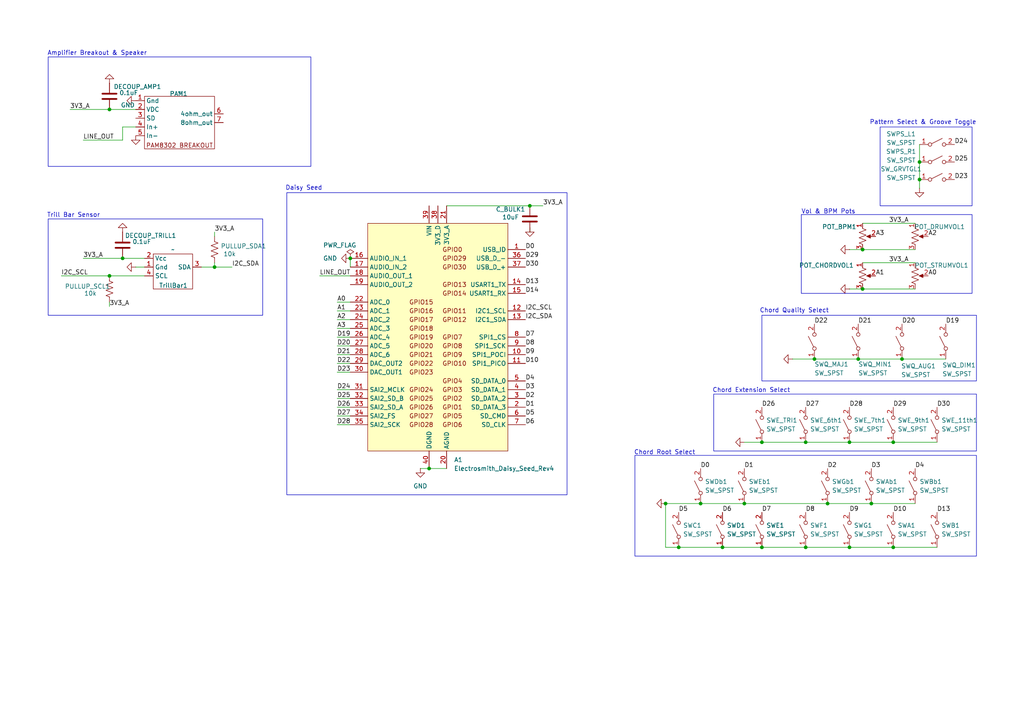
<source format=kicad_sch>
(kicad_sch (version 20250114) (generator "eeschema") (generator_version "9.0")
  (paper "A4")
  (title_block (title "Brizachord") (rev "0") (company "AXL.audio"))
  (lib_symbols
    (symbol "Brizachord:PAM8302_BREAKOUT"
      (property "Reference" "U" (at 19.558 0.254 0))
      (symbol "PAM8302_BREAKOUT_0_1"
        (rectangle (start 0 1.27) (end 20.32 -13.97))
      )
      (symbol "PAM8302_BREAKOUT_1_1"
        (text "PAM8302 BREAKOUT" (at 10.16 -12.954 0) (effects (font (size 1.27 1.27))))
        (pin input line (at -2.54 0 0) (length 2.54) (name "Gnd") (number "1"))
        (pin input line (at -2.54 -2.54 0) (length 2.54) (name "VDC") (number "2"))
        (pin input line (at -2.54 -5.08 0) (length 2.54) (name "SD") (number "3"))
        (pin input line (at -2.54 -7.62 0) (length 2.54) (name "In+") (number "4"))
        (pin input line (at -2.54 -10.16 0) (length 2.54) (name "In-") (number "5"))
        (pin output line (at 22.86 -3.81 180) (length 2.54) (name "4ohm_out") (number "6"))
        (pin output line (at 22.86 -6.35 180) (length 2.54) (name "8ohm_out") (number "7"))
      )
    )
    (symbol "Brizachord:TrillBar"
      (property "Reference" "TrillBar" (at 6.096 -10.414 0))
      (symbol "TrillBar_0_1"
        (rectangle (start 0 -1.27) (end 11.43 -11.43))
      )
      (symbol "TrillBar_1_1"
        (pin input line (at -2.54 -2.54 0) (length 2.54) (name "Vcc") (number "2"))
        (pin input line (at -2.54 -5.08 0) (length 2.54) (name "Gnd") (number "1"))
        (pin input line (at -2.54 -7.62 0) (length 2.54) (name "SCL") (number "4"))
        (pin bidirectional line (at 13.97 -5.08 180) (length 2.54) (name "SDA") (number "3"))
      )
    )
    (symbol "Device:C" (pin_numbers (hide yes)) (pin_names (offset 0.254))
      (property "Reference" "C" (at 0.635 2.54 0))
      (property "Value" "C" (at 0.635 -2.54 0))
      (symbol "C_0_1"
        (polyline (pts (xy -2.032 0.762) (xy 2.032 0.762)) (stroke (width 0.508)))
        (polyline (pts (xy -2.032 -0.762) (xy 2.032 -0.762)) (stroke (width 0.508)))
      )
      (symbol "C_1_1"
        (pin passive line (at 0 3.81 270) (length 2.794) (name "~") (number "1"))
        (pin passive line (at 0 -3.81 90) (length 2.794) (name "~") (number "2"))
      )
    )
    (symbol "Device:R_Potentiometer_US" (pin_names (offset 1.016) (hide yes))
      (property "Reference" "RV" (at -4.445 0 90))
      (property "Value" "R_Potentiometer_US" (at -2.54 0 90))
      (symbol "R_Potentiometer_US_0_1"
        (polyline (pts (xy 0 2.54) (xy 0 2.286)))
        (polyline (pts (xy 0 2.286) (xy 1.016 1.905) (xy 0 1.524) (xy -1.016 1.143) (xy 0 0.762)))
        (polyline (pts (xy 0 0.762) (xy 1.016 0.381) (xy 0 0) (xy -1.016 -0.381) (xy 0 -0.762)))
        (polyline (pts (xy 0 -0.762) (xy 1.016 -1.143) (xy 0 -1.524) (xy -1.016 -1.905) (xy 0 -2.286)))
        (polyline (pts (xy 0 -2.286) (xy 0 -2.54)))
        (polyline (pts (xy 1.143 0) (xy 2.286 0.508) (xy 2.286 -0.508) (xy 1.143 0)) (fill (type outline)))
        (polyline (pts (xy 2.54 0) (xy 1.524 0)))
      )
      (symbol "R_Potentiometer_US_1_1"
        (pin passive line (at 0 3.81 270) (length 1.27) (name "1") (number "1"))
        (pin passive line (at 0 -3.81 90) (length 1.27) (name "3") (number "3"))
        (pin passive line (at 3.81 0 180) (length 1.27) (name "2") (number "2"))
      )
    )
    (symbol "Device:R_US" (pin_numbers (hide yes)) (pin_names (offset 0))
      (property "Reference" "R" (at 2.54 0 90))
      (property "Value" "R_US" (at -2.54 0 90))
      (symbol "R_US_0_1"
        (polyline (pts (xy 0 2.286) (xy 0 2.54)))
        (polyline (pts (xy 0 2.286) (xy 1.016 1.905) (xy 0 1.524) (xy -1.016 1.143) (xy 0 0.762)))
        (polyline (pts (xy 0 0.762) (xy 1.016 0.381) (xy 0 0) (xy -1.016 -0.381) (xy 0 -0.762)))
        (polyline (pts (xy 0 -0.762) (xy 1.016 -1.143) (xy 0 -1.524) (xy -1.016 -1.905) (xy 0 -2.286)))
        (polyline (pts (xy 0 -2.286) (xy 0 -2.54)))
      )
      (symbol "R_US_1_1"
        (pin passive line (at 0 3.81 270) (length 1.27) (name "~") (number "1"))
        (pin passive line (at 0 -3.81 90) (length 1.27) (name "~") (number "2"))
      )
    )
    (symbol "MCU_Module:Electrosmith_Daisy_Seed_Rev4"
      (property "Reference" "A" (at -20.32 34.29 0))
      (property "Value" "Electrosmith_Daisy_Seed_Rev4" (at 33.02 34.29 0))
      (symbol "Electrosmith_Daisy_Seed_Rev4_0_0"
        (text "GPIO15" (at -1.27 10.16 0) (effects (font (size 1.27 1.27)) (justify right)))
        (text "GPIO16" (at -1.27 7.62 0) (effects (font (size 1.27 1.27)) (justify right)))
        (text "GPIO17" (at -1.27 5.08 0) (effects (font (size 1.27 1.27)) (justify right)))
        (text "GPIO18" (at -1.27 2.54 0) (effects (font (size 1.27 1.27)) (justify right)))
        (text "GPIO19" (at -1.27 0 0) (effects (font (size 1.27 1.27)) (justify right)))
        (text "GPIO20" (at -1.27 -2.54 0) (effects (font (size 1.27 1.27)) (justify right)))
        (text "GPIO21" (at -1.27 -5.08 0) (effects (font (size 1.27 1.27)) (justify right)))
        (text "GPIO22" (at -1.27 -7.62 0) (effects (font (size 1.27 1.27)) (justify right)))
        (text "GPIO23" (at -1.27 -10.16 0) (effects (font (size 1.27 1.27)) (justify right)))
        (text "GPIO24" (at -1.27 -15.24 0) (effects (font (size 1.27 1.27)) (justify right)))
        (text "GPIO25" (at -1.27 -17.78 0) (effects (font (size 1.27 1.27)) (justify right)))
        (text "GPIO26" (at -1.27 -20.32 0) (effects (font (size 1.27 1.27)) (justify right)))
        (text "GPIO27" (at -1.27 -22.86 0) (effects (font (size 1.27 1.27)) (justify right)))
        (text "GPIO28" (at -1.27 -25.4 0) (effects (font (size 1.27 1.27)) (justify right)))
        (text "GPIO0" (at 1.27 25.4 0) (effects (font (size 1.27 1.27)) (justify left)))
        (text "GPIO29" (at 1.27 22.86 0) (effects (font (size 1.27 1.27)) (justify left)))
        (text "GPIO30" (at 1.27 20.32 0) (effects (font (size 1.27 1.27)) (justify left)))
        (text "GPIO13" (at 1.27 15.24 0) (effects (font (size 1.27 1.27)) (justify left)))
        (text "GPIO14" (at 1.27 12.7 0) (effects (font (size 1.27 1.27)) (justify left)))
        (text "GPIO11" (at 1.27 7.62 0) (effects (font (size 1.27 1.27)) (justify left)))
        (text "GPIO12" (at 1.27 5.08 0) (effects (font (size 1.27 1.27)) (justify left)))
        (text "GPIO7" (at 1.27 0 0) (effects (font (size 1.27 1.27)) (justify left)))
        (text "GPIO8" (at 1.27 -2.54 0) (effects (font (size 1.27 1.27)) (justify left)))
        (text "GPIO9" (at 1.27 -5.08 0) (effects (font (size 1.27 1.27)) (justify left)))
        (text "GPIO10" (at 1.27 -7.62 0) (effects (font (size 1.27 1.27)) (justify left)))
        (text "GPIO4" (at 1.27 -12.7 0) (effects (font (size 1.27 1.27)) (justify left)))
        (text "GPIO3" (at 1.27 -15.24 0) (effects (font (size 1.27 1.27)) (justify left)))
        (text "GPIO2" (at 1.27 -17.78 0) (effects (font (size 1.27 1.27)) (justify left)))
        (text "GPIO1" (at 1.27 -20.32 0) (effects (font (size 1.27 1.27)) (justify left)))
        (text "GPIO5" (at 1.27 -22.86 0) (effects (font (size 1.27 1.27)) (justify left)))
        (text "GPIO6" (at 1.27 -25.4 0) (effects (font (size 1.27 1.27)) (justify left)))
        (pin input line (at -25.4 22.86 0) (length 5.08) (name "AUDIO_IN_1") (number "16"))
        (pin input line (at -25.4 20.32 0) (length 5.08) (name "AUDIO_IN_2") (number "17"))
        (pin output line (at -25.4 17.78 0) (length 5.08) (name "AUDIO_OUT_1") (number "18"))
        (pin output line (at -25.4 15.24 0) (length 5.08) (name "AUDIO_OUT_2") (number "19"))
        (pin bidirectional line (at -25.4 10.16 0) (length 5.08) (name "ADC_0") (number "22"))
        (pin bidirectional line (at -25.4 7.62 0) (length 5.08) (name "ADC_1") (number "23"))
        (pin bidirectional line (at -25.4 5.08 0) (length 5.08) (name "ADC_2") (number "24"))
        (pin bidirectional line (at -25.4 2.54 0) (length 5.08) (name "ADC_3") (number "25"))
        (pin bidirectional line (at -25.4 0 0) (length 5.08) (name "ADC_4") (number "26"))
        (pin bidirectional line (at -25.4 -2.54 0) (length 5.08) (name "ADC_5") (number "27"))
        (pin bidirectional line (at -25.4 -5.08 0) (length 5.08) (name "ADC_6") (number "28"))
        (pin bidirectional line (at -25.4 -7.62 0) (length 5.08) (name "DAC_OUT2") (number "29"))
        (pin bidirectional line (at -25.4 -10.16 0) (length 5.08) (name "DAC_OUT1") (number "30"))
        (pin bidirectional line (at -25.4 -15.24 0) (length 5.08) (name "SAI2_MCLK") (number "31"))
        (pin bidirectional line (at -25.4 -17.78 0) (length 5.08) (name "SAI2_SD_B") (number "32"))
        (pin bidirectional line (at -25.4 -20.32 0) (length 5.08) (name "SAI2_SD_A") (number "33"))
        (pin bidirectional line (at -25.4 -22.86 0) (length 5.08) (name "SAI2_FS") (number "34"))
        (pin bidirectional line (at -25.4 -25.4 0) (length 5.08) (name "SAI2_SCK") (number "35"))
        (pin power_in line (at -2.54 38.1 270) (length 5.08) (name "VIN") (number "39"))
        (pin power_in line (at -2.54 -38.1 90) (length 5.08) (name "DGND") (number "40"))
        (pin power_out line (at 0 38.1 270) (length 5.08) (name "3V3_D") (number "38"))
        (pin power_out line (at 2.54 38.1 270) (length 5.08) (name "3V3_A") (number "21"))
        (pin power_in line (at 2.54 -38.1 90) (length 5.08) (name "AGND") (number "20"))
        (pin bidirectional line (at 25.4 25.4 180) (length 5.08) (name "USB_ID") (number "1"))
        (pin bidirectional line (at 25.4 22.86 180) (length 5.08) (name "USB_D_-") (number "36"))
        (pin bidirectional line (at 25.4 20.32 180) (length 5.08) (name "USB_D_+") (number "37"))
        (pin bidirectional line (at 25.4 15.24 180) (length 5.08) (name "USART1_TX") (number "14"))
        (pin bidirectional line (at 25.4 12.7 180) (length 5.08) (name "USART1_RX") (number "15"))
        (pin bidirectional line (at 25.4 7.62 180) (length 5.08) (name "I2C1_SCL") (number "12"))
        (pin bidirectional line (at 25.4 5.08 180) (length 5.08) (name "I2C1_SDA") (number "13"))
        (pin bidirectional line (at 25.4 0 180) (length 5.08) (name "SPI1_CS") (number "8"))
        (pin bidirectional line (at 25.4 -2.54 180) (length 5.08) (name "SPI1_SCK") (number "9"))
        (pin bidirectional line (at 25.4 -5.08 180) (length 5.08) (name "SPI1_POCI") (number "10"))
        (pin bidirectional line (at 25.4 -7.62 180) (length 5.08) (name "SPI1_PICO") (number "11"))
        (pin bidirectional line (at 25.4 -12.7 180) (length 5.08) (name "SD_DATA_0") (number "5"))
        (pin bidirectional line (at 25.4 -15.24 180) (length 5.08) (name "SD_DATA_1") (number "4"))
        (pin bidirectional line (at 25.4 -17.78 180) (length 5.08) (name "SD_DATA_2") (number "3"))
        (pin bidirectional line (at 25.4 -20.32 180) (length 5.08) (name "SD_DATA_3") (number "2"))
        (pin bidirectional line (at 25.4 -22.86 180) (length 5.08) (name "SD_CMD") (number "6"))
        (pin bidirectional line (at 25.4 -25.4 180) (length 5.08) (name "SD_CLK") (number "7"))
      )
      (symbol "Electrosmith_Daisy_Seed_Rev4_0_1"
        (rectangle (start -20.32 33.02) (end 20.32 -33.02) (fill (type background)))
      )
    )
    (symbol "Switch:SW_SPST" (pin_names (offset 0) (hide yes))
      (property "Reference" "SW" (at 0 3.175 0))
      (property "Value" "SW_SPST" (at 0 -2.54 0))
      (symbol "SW_SPST_0_0"
        (circle (center -2.032 0) (radius 0.508))
        (polyline (pts (xy -1.524 0.254) (xy 1.524 1.778)))
        (circle (center 2.032 0) (radius 0.508))
      )
      (symbol "SW_SPST_1_1"
        (pin passive line (at -5.08 0 0) (length 2.54) (name "A") (number "1"))
        (pin passive line (at 5.08 0 180) (length 2.54) (name "B") (number "2"))
      )
    )
    (symbol "power:GND" (power) (pin_numbers (hide yes)) (pin_names (offset 0) (hide yes))
      (property "Value" "GND" (at 0 -3.81 0))
      (symbol "GND_0_1"
        (polyline (pts (xy 0 0) (xy 0 -1.27) (xy 1.27 -1.27) (xy 0 -2.54) (xy -1.27 -1.27) (xy 0 -1.27)))
      )
      (symbol "GND_1_1"
        (pin power_in line (at 0 0 270) (length 0) (name "~") (number "1"))
      )
    )
    (symbol "power:PWR_FLAG" (power) (pin_numbers (hide yes)) (pin_names (offset 0) (hide yes))
      (property "Value" "PWR_FLAG" (at 0 3.81 0))
      (symbol "PWR_FLAG_0_0"
        (pin power_out line (at 0 0 90) (length 0) (name "~") (number "1"))
      )
      (symbol "PWR_FLAG_0_1"
        (polyline (pts (xy 0 0) (xy 0 1.27) (xy -1.016 1.905) (xy 0 2.54) (xy 1.016 1.905) (xy 0 1.27)))
      )
    )
  )
  (rectangle (start 220.98 91.44) (end 283.21 110.49))
  (rectangle (start 83.185 55.88) (end 164.465 143.51))
  (rectangle (start 13.97 63.5) (end 76.2 91.44))
  (rectangle (start 255.27 36.83) (end 281.94 59.69))
  (rectangle (start 184.15 132.08) (end 283.21 161.29))
  (rectangle (start 232.41 62.23) (end 281.94 85.09))
  (rectangle (start 13.97 16.51) (end 90.17 48.26))
  (rectangle (start 207.01 114.3) (end 283.21 130.81))
  (text "Chord Extension Select\n" (at 217.932 113.284 0) (effects (font (size 1.27 1.27))))
  (text "Chord Quality Select" (at 230.378 90.17 0) (effects (font (size 1.27 1.27))))
  (text "Vol & BPM Pots\n" (at 240.284 61.468 0) (effects (font (size 1.27 1.27))))
  (text "Daisy Seed\n" (at 88.138 54.61 0) (effects (font (size 1.27 1.27))))
  (text "Trill Bar Sensor\n" (at 21.336 62.484 0) (effects (font (size 1.27 1.27))))
  (text "Chord Root Select\n" (at 192.786 131.318 0) (effects (font (size 1.27 1.27))))
  (text "Pattern Select & Groove Toggle\n" (at 267.716 35.56 0) (effects (font (size 1.27 1.27))))
  (text "Amplifier Breakout & Speaker\n" (at 28.194 15.494 0) (effects (font (size 1.27 1.27))))
  (junction (at 250.19 83.82))
  (junction (at 248.92 104.14))
  (junction (at 35.56 74.93))
  (junction (at 215.9 146.05))
  (junction (at 266.7 46.99))
  (junction (at 259.08 158.75))
  (junction (at 193.04 146.05))
  (junction (at 220.98 158.75))
  (junction (at 236.22 104.14))
  (junction (at 209.55 158.75))
  (junction (at 261.62 104.14))
  (junction (at 31.75 80.01))
  (junction (at 246.38 128.27))
  (junction (at 220.98 128.27))
  (junction (at 233.68 128.27))
  (junction (at 153.67 59.69))
  (junction (at 250.19 72.39))
  (junction (at 31.75 31.75))
  (junction (at 266.7 52.07))
  (junction (at 101.6 74.93))
  (junction (at 62.23 77.47))
  (junction (at 246.38 158.75))
  (junction (at 196.85 158.75))
  (junction (at 203.2 146.05))
  (junction (at 233.68 158.75))
  (junction (at 259.08 128.27))
  (junction (at 240.03 146.05))
  (junction (at 252.73 146.05))
  (junction (at 124.46 135.89))
  (wire (pts (xy 215.9 128.27) (xy 220.98 128.27)))
  (wire (pts (xy 62.23 77.47) (xy 67.31 77.47)))
  (wire (pts (xy 246.38 83.82) (xy 250.19 83.82)))
  (wire (pts (xy 97.79 118.11) (xy 101.6 118.11)))
  (wire (pts (xy 250.19 72.39) (xy 265.43 72.39)))
  (wire (pts (xy 62.23 76.2) (xy 62.23 77.47)))
  (wire (pts (xy 250.19 64.77) (xy 265.43 64.77)))
  (wire (pts (xy 248.92 104.14) (xy 261.62 104.14)))
  (wire (pts (xy 250.19 83.82) (xy 265.43 83.82)))
  (wire (pts (xy 97.79 120.65) (xy 101.6 120.65)))
  (wire (pts (xy 97.79 102.87) (xy 101.6 102.87)))
  (wire (pts (xy 246.38 72.39) (xy 250.19 72.39)))
  (wire (pts (xy 31.75 31.75) (xy 39.37 31.75)))
  (wire (pts (xy 266.7 41.91) (xy 266.7 46.99)))
  (wire (pts (xy 252.73 146.05) (xy 265.43 146.05)))
  (wire (pts (xy 20.32 31.75) (xy 31.75 31.75)))
  (wire (pts (xy 215.9 146.05) (xy 240.03 146.05)))
  (wire (pts (xy 153.67 59.69) (xy 157.48 59.69)))
  (wire (pts (xy 92.71 80.01) (xy 101.6 80.01)))
  (wire (pts (xy 97.79 90.17) (xy 101.6 90.17)))
  (wire (pts (xy 233.68 158.75) (xy 246.38 158.75)))
  (wire (pts (xy 97.79 95.25) (xy 101.6 95.25)))
  (wire (pts (xy 196.85 158.75) (xy 209.55 158.75)))
  (wire (pts (xy 31.75 87.63) (xy 31.75 88.9)))
  (wire (pts (xy 266.7 52.07) (xy 266.7 54.61)))
  (wire (pts (xy 266.7 46.99) (xy 266.7 52.07)))
  (wire (pts (xy 246.38 128.27) (xy 259.08 128.27)))
  (wire (pts (xy 124.46 135.89) (xy 129.54 135.89)))
  (wire (pts (xy 39.37 77.47) (xy 41.91 77.47)))
  (wire (pts (xy 236.22 104.14) (xy 248.92 104.14)))
  (wire (pts (xy 229.87 104.14) (xy 236.22 104.14)))
  (wire (pts (xy 62.23 67.31) (xy 62.23 68.58)))
  (wire (pts (xy 240.03 146.05) (xy 252.73 146.05)))
  (wire (pts (xy 35.56 74.93) (xy 41.91 74.93)))
  (wire (pts (xy 129.54 59.69) (xy 153.67 59.69)))
  (wire (pts (xy 97.79 87.63) (xy 101.6 87.63)))
  (wire (pts (xy 259.08 158.75) (xy 271.78 158.75)))
  (wire (pts (xy 24.13 40.64) (xy 35.56 40.64)))
  (wire (pts (xy 261.62 104.14) (xy 274.32 104.14)))
  (wire (pts (xy 97.79 123.19) (xy 101.6 123.19)))
  (wire (pts (xy 246.38 158.75) (xy 259.08 158.75)))
  (wire (pts (xy 233.68 128.27) (xy 246.38 128.27)))
  (wire (pts (xy 259.08 128.27) (xy 271.78 128.27)))
  (wire (pts (xy 203.2 146.05) (xy 215.9 146.05)))
  (wire (pts (xy 97.79 100.33) (xy 101.6 100.33)))
  (wire (pts (xy 35.56 36.83) (xy 35.56 40.64)))
  (wire (pts (xy 97.79 113.03) (xy 101.6 113.03)))
  (wire (pts (xy 39.37 36.83) (xy 35.56 36.83)))
  (wire (pts (xy 250.19 76.2) (xy 265.43 76.2)))
  (wire (pts (xy 97.79 105.41) (xy 101.6 105.41)))
  (wire (pts (xy 97.79 107.95) (xy 101.6 107.95)))
  (wire (pts (xy 121.92 135.89) (xy 124.46 135.89)))
  (wire (pts (xy 209.55 158.75) (xy 220.98 158.75)))
  (wire (pts (xy 220.98 158.75) (xy 233.68 158.75)))
  (wire (pts (xy 24.13 74.93) (xy 35.56 74.93)))
  (wire (pts (xy 153.67 66.04) (xy 153.67 67.31)))
  (wire (pts (xy 101.6 74.93) (xy 101.6 77.47)))
  (wire (pts (xy 193.04 146.05) (xy 203.2 146.05)))
  (wire (pts (xy 58.42 77.47) (xy 62.23 77.47)))
  (wire (pts (xy 220.98 128.27) (xy 233.68 128.27)))
  (wire (pts (xy 97.79 92.71) (xy 101.6 92.71)))
  (wire (pts (xy 193.04 158.75) (xy 196.85 158.75)))
  (wire (pts (xy 97.79 115.57) (xy 101.6 115.57)))
  (wire (pts (xy 17.78 80.01) (xy 31.75 80.01)))
  (wire (pts (xy 97.79 97.79) (xy 101.6 97.79)))
  (wire (pts (xy 31.75 80.01) (xy 41.91 80.01)))
  (wire (pts (xy 193.04 158.75) (xy 193.04 146.05)))
  (label "D0" (at 152.4 72.39 0))
  (label "D1" (at 215.9 135.89 0))
  (label "I2C_SCL" (at 152.4 90.17 0))
  (label "D25" (at 276.86 46.99 0))
  (label "D22" (at 97.79 105.41 0))
  (label "3V3_A" (at 157.48 59.69 0))
  (label "A3" (at 97.79 95.25 0))
  (label "3V3_A" (at 257.81 76.2 0))
  (label "D20" (at 97.79 100.33 0))
  (label "D24" (at 97.79 113.03 0))
  (label "LINE_OUT" (at 92.71 80.01 0))
  (label "A3" (at 254 68.58 0))
  (label "D0" (at 203.2 135.89 0))
  (label "I2C_SCL" (at 17.78 80.01 0))
  (label "D10" (at 259.08 148.59 0))
  (label "LINE_OUT" (at 24.13 40.64 0))
  (label "D8" (at 152.4 100.33 0))
  (label "D27" (at 97.79 120.65 0))
  (label "D2" (at 240.03 135.89 0))
  (label "D21" (at 248.92 93.98 0))
  (label "3V3_A" (at 24.13 74.93 0))
  (label "D5" (at 196.85 148.59 0))
  (label "A2" (at 97.79 92.71 0))
  (label "3V3_A" (at 31.75 88.9 0))
  (label "D28" (at 97.79 123.19 0))
  (label "D3" (at 152.4 113.03 0))
  (label "D10" (at 152.4 105.41 0))
  (label "D4" (at 265.43 135.89 0))
  (label "D29" (at 259.08 118.11 0))
  (label "A0" (at 97.79 87.63 0))
  (label "D6" (at 152.4 123.19 0))
  (label "D30" (at 271.78 118.11 0))
  (label "D3" (at 252.73 135.89 0))
  (label "3V3_A" (at 20.32 31.75 0))
  (label "D21" (at 97.79 102.87 0))
  (label "D8" (at 233.68 148.59 0))
  (label "D29" (at 152.4 74.93 0))
  (label "A1" (at 254 80.01 0))
  (label "D9" (at 246.38 148.59 0))
  (label "A1" (at 97.79 90.17 0))
  (label "I2C_SDA" (at 67.31 77.47 0))
  (label "D30" (at 152.4 77.47 0))
  (label "D9" (at 152.4 102.87 0))
  (label "D23" (at 276.86 52.07 0))
  (label "D28" (at 246.38 118.11 0))
  (label "D24" (at 276.86 41.91 0))
  (label "D4" (at 152.4 110.49 0))
  (label "D19" (at 97.79 97.79 0))
  (label "D26" (at 220.98 118.11 0))
  (label "D27" (at 233.68 118.11 0))
  (label "D23" (at 97.79 107.95 0))
  (label "D5" (at 152.4 120.65 0))
  (label "D22" (at 236.22 93.98 0))
  (label "D14" (at 152.4 85.09 0))
  (label "D25" (at 97.79 115.57 0))
  (label "D13" (at 271.78 148.59 0))
  (label "D7" (at 220.98 148.59 0))
  (label "D19" (at 274.32 93.98 0))
  (label "I2C_SDA" (at 152.4 92.71 0))
  (label "D20" (at 261.62 93.98 0))
  (label "D7" (at 152.4 97.79 0))
  (label "3V3_A" (at 62.23 67.31 0))
  (label "D13" (at 152.4 82.55 0))
  (label "A0" (at 269.24 80.01 0))
  (label "D2" (at 152.4 115.57 0))
  (label "D6" (at 209.55 148.59 0))
  (label "D26" (at 97.79 118.11 0))
  (label "3V3_A" (at 257.81 64.77 0))
  (label "A2" (at 269.24 68.58 0))
  (label "D1" (at 152.4 118.11 0))
  (symbol (lib_id "Device:C") (at 153.67 63.5 180) (unit 1)
    (property "Reference" "C_BULK1" (at 148.082 60.706 0))
    (property "Value" "10uF" (at 148.082 62.992 0))
    (property "Footprint" "Resistor_THT:R_Axial_DIN0204_L3.6mm_D1.6mm_P7.62mm_Horizontal" (effects (hide yes)))
    (property "Description" "Unpolarized capacitor" (effects (hide yes)))
  )
  (symbol (lib_id "Device:R_Potentiometer_US") (at 250.19 68.58 0) (unit 1)
    (property "Reference" "POT_BPM1" (at 248.412 65.786 0) (effects (justify right)))
    (property "Value" "R_Potentiometer_US" (effects (hide yes)))
    (property "Footprint" "Connector_Samtec_HPM_THT:Samtec_HPM-03-01-x-S_Straight_1x03_Pitch5.08mm" (effects (hide yes)))
    (property "Description" "Potentiometer, US symbol" (effects (hide yes)))
  )
  (symbol (lib_id "Switch:SW_SPST") (at 220.98 123.19 90) (unit 1)
    (property "Reference" "SWE_TRI1" (at 222.25 121.9199 90) (effects (justify right)))
    (property "Value" "SW_SPST" (at 222.25 124.4599 90) (effects (justify right)))
    (property "Footprint" "Button_Switch_THT:SW_PUSH-12mm" (effects (hide yes)))
    (property "Description" "Single Pole Single Throw (SPST) switch" (effects (hide yes)))
  )
  (symbol (lib_id "power:GND") (at 266.7 54.61 0) (unit 1)
    (property "Reference" "#PWR015" (effects (hide yes)))
    (property "Value" "GND" (effects (hide yes)))
    (property "Description" "Power symbol creates a global label with name \"GND\" , ground" (effects (hide yes)))
  )
  (symbol (lib_id "Switch:SW_SPST") (at 271.78 123.19 90) (unit 1)
    (property "Reference" "SWE_11th1" (at 273.05 121.9199 90) (effects (justify right)))
    (property "Value" "SW_SPST" (at 273.05 124.4599 90) (effects (justify right)))
    (property "Footprint" "Button_Switch_THT:SW_PUSH-12mm" (effects (hide yes)))
    (property "Description" "Single Pole Single Throw (SPST) switch" (effects (hide yes)))
  )
  (symbol (lib_id "MCU_Module:Electrosmith_Daisy_Seed_Rev4") (at 127 97.79 0) (unit 1)
    (property "Reference" "A1" (at 131.6833 133.35 0) (effects (justify left)))
    (property "Value" "Electrosmith_Daisy_Seed_Rev4" (at 131.6833 135.89 0) (effects (justify left)))
    (property "Footprint" "Module:Electrosmith_Daisy_Seed" (effects (hide yes)))
    (property "Datasheet" "https://static1.squarespace.com/static/58d03fdc1b10e3bf442567b8/t/6227e6236f02fb68d1577146/1646781988478/Daisy_Seed_datasheet_v1.0.3.pdf" (effects (hide yes)))
    (property "Description" "Daisy is an embedded platform for music." (effects (hide yes)))
  )
  (symbol (lib_id "Switch:SW_SPST") (at 246.38 153.67 90) (unit 1)
    (property "Reference" "SWG1" (at 247.65 152.3999 90) (effects (justify right)))
    (property "Value" "SW_SPST" (at 247.65 154.9399 90) (effects (justify right)))
    (property "Footprint" "Button_Switch_THT:SW_PUSH-12mm" (effects (hide yes)))
    (property "Description" "Single Pole Single Throw (SPST) switch" (effects (hide yes)))
  )
  (symbol (lib_id "power:GND") (at 35.56 67.31 180) (unit 1)
    (property "Reference" "#PWR03" (effects (hide yes)))
    (property "Value" "GND" (effects (hide yes)))
    (property "Description" "Power symbol creates a global label with name \"GND\" , ground" (effects (hide yes)))
  )
  (symbol (lib_id "power:GND") (at 153.67 66.04 0) (unit 1)
    (property "Reference" "#PWR09" (effects (hide yes)))
    (property "Value" "GND" (effects (hide yes)))
    (property "Description" "Power symbol creates a global label with name \"GND\" , ground" (effects (hide yes)))
  )
  (symbol (lib_id "Device:R_Potentiometer_US") (at 250.19 80.01 0) (unit 1)
    (property "Reference" "POT_CHORDVOL1" (at 247.65 76.962 0) (effects (justify right)))
    (property "Value" "R_Potentiometer_US" (effects (hide yes)))
    (property "Footprint" "Connector_Samtec_HPM_THT:Samtec_HPM-03-01-x-S_Straight_1x03_Pitch5.08mm" (effects (hide yes)))
    (property "Description" "Potentiometer, US symbol" (effects (hide yes)))
  )
  (symbol (lib_id "Switch:SW_SPST") (at 215.9 140.97 90) (unit 1)
    (property "Reference" "SWEb1" (at 217.17 139.6999 90) (effects (justify right)))
    (property "Value" "SW_SPST" (at 217.17 142.2399 90) (effects (justify right)))
    (property "Footprint" "Button_Switch_THT:SW_PUSH-12mm" (effects (hide yes)))
    (property "Description" "Single Pole Single Throw (SPST) switch" (effects (hide yes)))
  )
  (symbol (lib_id "power:GND") (at 246.38 83.82 270) (unit 1)
    (property "Reference" "#PWR014" (effects (hide yes)))
    (property "Value" "GND" (effects (hide yes)))
    (property "Description" "Power symbol creates a global label with name \"GND\" , ground" (effects (hide yes)))
  )
  (symbol (lib_id "Switch:SW_SPST") (at 259.08 153.67 90) (unit 1)
    (property "Reference" "SWA1" (at 260.35 152.3999 90) (effects (justify right)))
    (property "Value" "SW_SPST" (at 260.35 154.9399 90) (effects (justify right)))
    (property "Footprint" "Button_Switch_THT:SW_PUSH-12mm" (effects (hide yes)))
    (property "Description" "Single Pole Single Throw (SPST) switch" (effects (hide yes)))
  )
  (symbol (lib_id "power:GND") (at 246.38 72.39 270) (unit 1)
    (property "Reference" "#PWR013" (effects (hide yes)))
    (property "Value" "GND" (effects (hide yes)))
    (property "Description" "Power symbol creates a global label with name \"GND\" , ground" (effects (hide yes)))
  )
  (symbol (lib_id "power:GND") (at 215.9 128.27 270) (unit 1)
    (property "Reference" "#PWR011" (effects (hide yes)))
    (property "Value" "GND" (effects (hide yes)))
    (property "Description" "Power symbol creates a global label with name \"GND\" , ground" (effects (hide yes)))
  )
  (symbol (lib_id "Switch:SW_SPST") (at 259.08 123.19 90) (unit 1)
    (property "Reference" "SWE_9th1" (at 260.35 121.9199 90) (effects (justify right)))
    (property "Value" "SW_SPST" (at 260.35 124.4599 90) (effects (justify right)))
    (property "Footprint" "Button_Switch_THT:SW_PUSH-12mm" (effects (hide yes)))
    (property "Description" "Single Pole Single Throw (SPST) switch" (effects (hide yes)))
  )
  (symbol (lib_id "Switch:SW_SPST") (at 271.78 52.07 0) (unit 1)
    (property "Reference" "SW_GRVTGL1" (at 261.366 49.022 0))
    (property "Value" "SW_SPST" (at 261.366 51.562 0))
    (property "Footprint" "Button_Switch_THT:SW_PUSH-12mm" (effects (hide yes)))
    (property "Description" "Single Pole Single Throw (SPST) switch" (effects (hide yes)))
  )
  (symbol (lib_id "Switch:SW_SPST") (at 265.43 140.97 90) (unit 1)
    (property "Reference" "SWBb1" (at 266.7 139.6999 90) (effects (justify right)))
    (property "Value" "SW_SPST" (at 266.7 142.2399 90) (effects (justify right)))
    (property "Footprint" "Button_Switch_THT:SW_PUSH-12mm" (effects (hide yes)))
    (property "Description" "Single Pole Single Throw (SPST) switch" (effects (hide yes)))
  )
  (symbol (lib_id "Switch:SW_SPST") (at 261.62 99.06 90) (unit 1)
    (property "Reference" "SWQ_AUG1" (at 261.366 106.172 90) (effects (justify right)))
    (property "Value" "SW_SPST" (at 261.366 108.712 90) (effects (justify right)))
    (property "Footprint" "Button_Switch_THT:SW_PUSH-12mm" (effects (hide yes)))
    (property "Description" "Single Pole Single Throw (SPST) switch" (effects (hide yes)))
  )
  (symbol (lib_id "Switch:SW_SPST") (at 240.03 140.97 90) (unit 1)
    (property "Reference" "SWGb1" (at 241.3 139.6999 90) (effects (justify right)))
    (property "Value" "SW_SPST" (at 241.3 142.2399 90) (effects (justify right)))
    (property "Footprint" "Button_Switch_THT:SW_PUSH-12mm" (effects (hide yes)))
    (property "Description" "Single Pole Single Throw (SPST) switch" (effects (hide yes)))
  )
  (symbol (lib_id "Device:R_US") (at 31.75 83.82 0) (unit 1)
    (property "Reference" "PULLUP_SCL1" (at 18.796 83.058 0) (effects (justify left)))
    (property "Value" "10k" (at 24.384 85.09 0) (effects (justify left)))
    (property "Footprint" "Resistor_THT:R_Axial_DIN0204_L3.6mm_D1.6mm_P5.08mm_Horizontal" (effects (hide yes)))
    (property "Description" "Resistor, US symbol" (effects (hide yes)))
  )
  (symbol (lib_id "Device:R_Potentiometer_US") (at 265.43 68.58 0) (unit 1)
    (property "Reference" "POT_DRUMVOL1" (at 279.908 65.786 0) (effects (justify right)))
    (property "Value" "R_Potentiometer_US" (effects (hide yes)))
    (property "Footprint" "Connector_Samtec_HPM_THT:Samtec_HPM-03-01-x-S_Straight_1x03_Pitch5.08mm" (effects (hide yes)))
    (property "Description" "Potentiometer, US symbol" (effects (hide yes)))
  )
  (symbol (lib_id "Switch:SW_SPST") (at 271.78 153.67 90) (unit 1)
    (property "Reference" "SWB1" (at 273.05 152.3999 90) (effects (justify right)))
    (property "Value" "SW_SPST" (at 273.05 154.9399 90) (effects (justify right)))
    (property "Footprint" "Button_Switch_THT:SW_PUSH-12mm" (effects (hide yes)))
    (property "Description" "Single Pole Single Throw (SPST) switch" (effects (hide yes)))
  )
  (symbol (lib_id "Switch:SW_SPST") (at 220.98 153.67 90) (unit 1)
    (property "Reference" "SWE1" (at 222.25 152.3999 90) (effects (justify right)))
    (property "Value" "SW_SPST" (at 222.25 154.9399 90) (effects (justify right)))
    (property "Footprint" "Button_Switch_THT:SW_PUSH-12mm" (effects (hide yes)))
    (property "Description" "Single Pole Single Throw (SPST) switch" (effects (hide yes)))
  )
  (symbol (lib_id "Switch:SW_SPST") (at 274.32 99.06 90) (unit 1)
    (property "Reference" "SWQ_DIM1" (at 273.304 105.918 90) (effects (justify right)))
    (property "Value" "SW_SPST" (at 273.304 108.458 90) (effects (justify right)))
    (property "Footprint" "Button_Switch_THT:SW_PUSH-12mm" (effects (hide yes)))
    (property "Description" "Single Pole Single Throw (SPST) switch" (effects (hide yes)))
  )
  (symbol (lib_id "Device:R_US") (at 62.23 72.39 0) (unit 1)
    (property "Reference" "PULLUP_SDA1" (at 64.008 71.374 0) (effects (justify left)))
    (property "Value" "10k" (at 64.77 73.6599 0) (effects (justify left)))
    (property "Footprint" "Resistor_THT:R_Axial_DIN0204_L3.6mm_D1.6mm_P5.08mm_Horizontal" (effects (hide yes)))
    (property "Description" "Resistor, US symbol" (effects (hide yes)))
  )
  (symbol (lib_id "power:GND") (at 39.37 29.21 270) (unit 1)
    (property "Reference" "#PWR04" (effects (hide yes)))
    (property "Value" "GND" (at 39.116 30.48 90) (effects (justify right)))
    (property "Description" "Power symbol creates a global label with name \"GND\" , ground" (effects (hide yes)))
  )
  (symbol (lib_id "Switch:SW_SPST") (at 233.68 153.67 90) (unit 1)
    (property "Reference" "SWF1" (at 234.95 152.3999 90) (effects (justify right)))
    (property "Value" "SW_SPST" (at 234.95 154.9399 90) (effects (justify right)))
    (property "Footprint" "Button_Switch_THT:SW_PUSH-12mm" (effects (hide yes)))
    (property "Description" "Single Pole Single Throw (SPST) switch" (effects (hide yes)))
  )
  (symbol (lib_id "Switch:SW_SPST") (at 196.85 153.67 90) (unit 1)
    (property "Reference" "SWC1" (at 198.12 152.3999 90) (effects (justify right)))
    (property "Value" "SW_SPST" (at 198.12 154.9399 90) (effects (justify right)))
    (property "Footprint" "Button_Switch_THT:SW_PUSH-12mm" (effects (hide yes)))
    (property "Description" "Single Pole Single Throw (SPST) switch" (effects (hide yes)))
  )
  (symbol (lib_id "power:GND") (at 229.87 104.14 270) (unit 1)
    (property "Reference" "#PWR012" (effects (hide yes)))
    (property "Value" "GND" (effects (hide yes)))
    (property "Description" "Power symbol creates a global label with name \"GND\" , ground" (effects (hide yes)))
  )
  (symbol (lib_id "Switch:SW_SPST") (at 252.73 140.97 90) (unit 1)
    (property "Reference" "SWAb1" (at 254 139.6999 90) (effects (justify right)))
    (property "Value" "SW_SPST" (at 254 142.2399 90) (effects (justify right)))
    (property "Footprint" "Button_Switch_THT:SW_PUSH-12mm" (effects (hide yes)))
    (property "Description" "Single Pole Single Throw (SPST) switch" (effects (hide yes)))
  )
  (symbol (lib_id "Device:C") (at 35.56 71.12 180) (unit 1)
    (property "Reference" "DECOUP_TRILL1" (at 43.688 68.326 0))
    (property "Value" "0.1uF" (at 41.148 70.104 0))
    (property "Footprint" "Resistor_THT:R_Axial_DIN0204_L3.6mm_D1.6mm_P7.62mm_Horizontal" (effects (hide yes)))
    (property "Description" "Unpolarized capacitor" (effects (hide yes)))
  )
  (symbol (lib_id "Switch:SW_SPST") (at 246.38 123.19 90) (unit 1)
    (property "Reference" "SWE_7th1" (at 247.65 121.9199 90) (effects (justify right)))
    (property "Value" "SW_SPST" (at 247.65 124.4599 90) (effects (justify right)))
    (property "Footprint" "Button_Switch_THT:SW_PUSH-12mm" (effects (hide yes)))
    (property "Description" "Single Pole Single Throw (SPST) switch" (effects (hide yes)))
  )
  (symbol (lib_id "power:PWR_FLAG") (at 101.6 74.93 0) (unit 1)
    (property "Reference" "#FLG01" (effects (hide yes)))
    (property "Value" "PWR_FLAG" (at 98.552 71.12 0))
    (property "Description" "Special symbol for telling ERC where power comes from" (effects (hide yes)))
  )
  (symbol (lib_id "power:GND") (at 193.04 146.05 270) (unit 1)
    (property "Reference" "#PWR010" (effects (hide yes)))
    (property "Value" "GND" (effects (hide yes)))
    (property "Description" "Power symbol creates a global label with name \"GND\" , ground" (effects (hide yes)))
  )
  (symbol (lib_id "Switch:SW_SPST") (at 203.2 140.97 90) (unit 1)
    (property "Reference" "SWDb1" (at 204.47 139.6999 90) (effects (justify right)))
    (property "Value" "SW_SPST" (at 204.47 142.2399 90) (effects (justify right)))
    (property "Footprint" "Button_Switch_THT:SW_PUSH-12mm" (effects (hide yes)))
    (property "Description" "Single Pole Single Throw (SPST) switch" (effects (hide yes)))
  )
  (symbol (lib_id "Brizachord:TrillBar") (at 44.45 72.39 0) (unit 1)
    (property "Reference" "TrillBar1" (at 50.292 82.804 0))
    (property "Value" "~" (at 50.165 72.39 0))
    (property "Footprint" "Connector_PinHeader_2.54mm:PinHeader_1x04_P2.54mm_Vertical" (effects (hide yes)))
  )
  (symbol (lib_id "Switch:SW_SPST") (at 236.22 99.06 90) (unit 1)
    (property "Reference" "SWQ_MAJ1" (at 236.22 105.664 90) (effects (justify right)))
    (property "Value" "SW_SPST" (at 236.22 108.204 90) (effects (justify right)))
    (property "Footprint" "Button_Switch_THT:SW_PUSH-12mm" (effects (hide yes)))
    (property "Description" "Single Pole Single Throw (SPST) switch" (effects (hide yes)))
  )
  (symbol (lib_id "power:GND") (at 121.92 135.89 0) (unit 1)
    (property "Reference" "#PWR08" (effects (hide yes)))
    (property "Value" "GND" (at 121.92 140.97 0))
    (property "Description" "Power symbol creates a global label with name \"GND\" , ground" (effects (hide yes)))
  )
  (symbol (lib_id "power:GND") (at 101.6 74.93 270) (unit 1)
    (property "Reference" "#PWR07" (effects (hide yes)))
    (property "Value" "GND" (at 97.79 74.9299 90) (effects (justify right)))
    (property "Description" "Power symbol creates a global label with name \"GND\" , ground" (effects (hide yes)))
  )
  (symbol (lib_id "Device:R_Potentiometer_US") (at 265.43 80.01 0) (unit 1)
    (property "Reference" "POT_STRUMVOL1" (at 280.924 76.962 0) (effects (justify right)))
    (property "Value" "R_Potentiometer_US" (effects (hide yes)))
    (property "Footprint" "Connector_Samtec_HPM_THT:Samtec_HPM-03-01-x-S_Straight_1x03_Pitch5.08mm" (effects (hide yes)))
    (property "Description" "Potentiometer, US symbol" (effects (hide yes)))
  )
  (symbol (lib_id "Switch:SW_SPST") (at 209.55 153.67 90) (unit 1)
    (property "Reference" "SWD1" (at 210.82 152.3999 90) (effects (justify right)))
    (property "Value" "SW_SPST" (at 210.82 154.9399 90) (effects (justify right)))
    (property "Footprint" "Button_Switch_THT:SW_PUSH-12mm" (effects (hide yes)))
    (property "Description" "Single Pole Single Throw (SPST) switch" (effects (hide yes)))
  )
  (symbol (lib_id "Switch:SW_SPST") (at 271.78 46.99 0) (unit 1)
    (property "Reference" "SWPS_R1" (at 261.366 43.942 0))
    (property "Value" "SW_SPST" (at 261.366 46.482 0))
    (property "Footprint" "Button_Switch_THT:SW_PUSH-12mm" (effects (hide yes)))
    (property "Description" "Single Pole Single Throw (SPST) switch" (effects (hide yes)))
  )
  (symbol (lib_id "Device:C") (at 31.75 27.94 180) (unit 1)
    (property "Reference" "DECOUP_AMP1" (at 39.878 25.146 0))
    (property "Value" "0.1uF" (at 37.338 26.924 0))
    (property "Footprint" "Resistor_THT:R_Axial_DIN0204_L3.6mm_D1.6mm_P7.62mm_Horizontal" (effects (hide yes)))
    (property "Description" "Unpolarized capacitor" (effects (hide yes)))
  )
  (symbol (lib_id "Switch:SW_SPST") (at 271.78 41.91 0) (unit 1)
    (property "Reference" "SWPS_L1" (at 261.366 38.862 0))
    (property "Value" "SW_SPST" (at 261.366 41.402 0))
    (property "Footprint" "Button_Switch_THT:SW_PUSH-12mm" (effects (hide yes)))
    (property "Description" "Single Pole Single Throw (SPST) switch" (effects (hide yes)))
  )
  (symbol (lib_id "Brizachord:PAM8302_BREAKOUT") (at 41.91 29.21 0) (unit 1)
    (property "Reference" "PAM1" (at 51.816 27.178 0))
    (property "Value" "~" (at 52.07 26.67 0))
    (property "Footprint" "Brizachord:PAM8302_BREAKOUT" (effects (hide yes)))
  )
  (symbol (lib_id "power:GND") (at 31.75 24.13 180) (unit 1)
    (property "Reference" "#PWR01" (effects (hide yes)))
    (property "Value" "GND" (effects (hide yes)))
    (property "Description" "Power symbol creates a global label with name \"GND\" , ground" (effects (hide yes)))
  )
  (symbol (lib_id "power:GND") (at 39.37 77.47 270) (unit 1)
    (property "Reference" "#PWR06" (effects (hide yes)))
    (property "Value" "GND" (effects (hide yes)))
    (property "Description" "Power symbol creates a global label with name \"GND\" , ground" (effects (hide yes)))
  )
  (symbol (lib_id "Switch:SW_SPST") (at 233.68 123.19 90) (unit 1)
    (property "Reference" "SWE_6th1" (at 234.95 121.9199 90) (effects (justify right)))
    (property "Value" "SW_SPST" (at 234.95 124.4599 90) (effects (justify right)))
    (property "Footprint" "Button_Switch_THT:SW_PUSH-12mm" (effects (hide yes)))
    (property "Description" "Single Pole Single Throw (SPST) switch" (effects (hide yes)))
  )
  (symbol (lib_id "Switch:SW_SPST") (at 248.92 99.06 90) (unit 1)
    (property "Reference" "SWQ_MIN1" (at 248.92 105.664 90) (effects (justify right)))
    (property "Value" "SW_SPST" (at 248.92 108.204 90) (effects (justify right)))
    (property "Footprint" "Button_Switch_THT:SW_PUSH-12mm" (effects (hide yes)))
    (property "Description" "Single Pole Single Throw (SPST) switch" (effects (hide yes)))
  )
  (symbol (lib_id "power:GND") (at 39.37 39.37 0) (unit 1)
    (property "Reference" "#PWR05" (effects (hide yes)))
    (property "Value" "GND" (effects (hide yes)))
    (property "Description" "Power symbol creates a global label with name \"GND\" , ground" (effects (hide yes)))
  )
)
</source>
